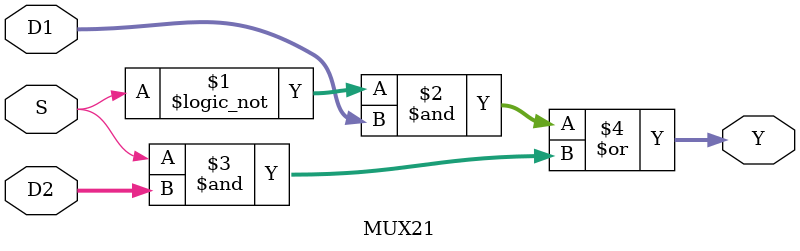
<source format=v>
`timescale 1ns / 1ps

module MUX21(
             D1, D2, S, Y
            );
            
    // Define the I/O Signals
    input            S;      // Select Line
    input   [31:0]  D1;
    input   [31:0]  D2;
    
    output  [31:0]   Y;
    
    // Assign the value of Y and determine 
    // if the writing data should come from
    // ALU or Data Memory
    assign Y = (!S & D1) | (S & D2);
    
endmodule   // Mux21

</source>
